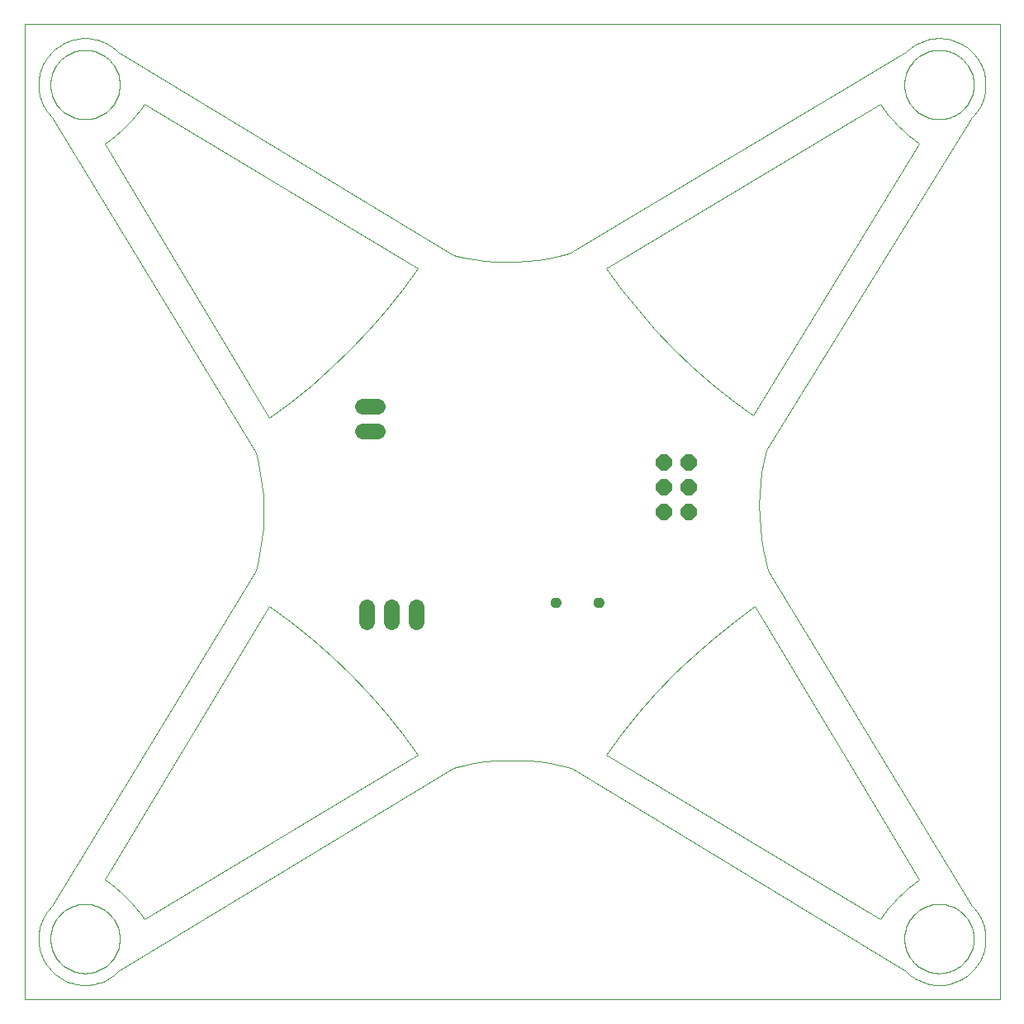
<source format=gbs>
G75*
G70*
%OFA0B0*%
%FSLAX24Y24*%
%IPPOS*%
%LPD*%
%AMOC8*
5,1,8,0,0,1.08239X$1,22.5*
%
%ADD10C,0.0020*%
%ADD11C,0.0000*%
%ADD12C,0.0640*%
%ADD13OC8,0.0640*%
%ADD14C,0.0434*%
D10*
X016086Y010084D02*
X015454Y010945D01*
X014786Y011778D01*
X014082Y012581D01*
X013343Y013352D01*
X012572Y014091D01*
X011769Y014795D01*
X010936Y015463D01*
X010075Y016095D01*
X003446Y005046D01*
X005037Y003455D02*
X016086Y010084D01*
X017500Y009554D02*
X003977Y001334D01*
X001325Y001334D02*
X001262Y001401D01*
X001202Y001471D01*
X001145Y001543D01*
X001092Y001618D01*
X001043Y001696D01*
X000997Y001776D01*
X000956Y001858D01*
X000919Y001942D01*
X000886Y002028D01*
X000857Y002116D01*
X000832Y002204D01*
X000812Y002294D01*
X000796Y002385D01*
X000785Y002476D01*
X000778Y002568D01*
X000776Y002660D01*
X000778Y002752D01*
X000785Y002844D01*
X000796Y002935D01*
X000812Y003026D01*
X000832Y003116D01*
X000857Y003204D01*
X000886Y003292D01*
X000919Y003378D01*
X000956Y003462D01*
X000997Y003544D01*
X001043Y003624D01*
X001092Y003702D01*
X001145Y003777D01*
X001202Y003849D01*
X001262Y003919D01*
X001325Y003986D01*
X009545Y017509D01*
X009545Y022282D02*
X001325Y035805D01*
X001253Y037131D02*
X001255Y037205D01*
X001261Y037280D01*
X001271Y037353D01*
X001285Y037427D01*
X001302Y037499D01*
X001324Y037570D01*
X001349Y037640D01*
X001378Y037709D01*
X001410Y037776D01*
X001447Y037841D01*
X001486Y037904D01*
X001529Y037965D01*
X001575Y038023D01*
X001624Y038079D01*
X001676Y038133D01*
X001730Y038183D01*
X001788Y038231D01*
X001847Y038275D01*
X001909Y038316D01*
X001974Y038354D01*
X002040Y038388D01*
X002107Y038419D01*
X002177Y038446D01*
X002247Y038469D01*
X002319Y038489D01*
X002392Y038505D01*
X002465Y038517D01*
X002539Y038525D01*
X002614Y038529D01*
X002688Y038529D01*
X002763Y038525D01*
X002837Y038517D01*
X002910Y038505D01*
X002983Y038489D01*
X003055Y038469D01*
X003125Y038446D01*
X003195Y038419D01*
X003262Y038388D01*
X003328Y038354D01*
X003393Y038316D01*
X003455Y038275D01*
X003514Y038231D01*
X003572Y038183D01*
X003626Y038133D01*
X003678Y038079D01*
X003727Y038023D01*
X003773Y037965D01*
X003816Y037904D01*
X003855Y037841D01*
X003892Y037776D01*
X003924Y037709D01*
X003953Y037640D01*
X003978Y037570D01*
X004000Y037499D01*
X004017Y037427D01*
X004031Y037353D01*
X004041Y037280D01*
X004047Y037205D01*
X004049Y037131D01*
X004047Y037057D01*
X004041Y036982D01*
X004031Y036909D01*
X004017Y036835D01*
X004000Y036763D01*
X003978Y036692D01*
X003953Y036622D01*
X003924Y036553D01*
X003892Y036486D01*
X003855Y036421D01*
X003816Y036358D01*
X003773Y036297D01*
X003727Y036239D01*
X003678Y036183D01*
X003626Y036129D01*
X003572Y036079D01*
X003514Y036031D01*
X003455Y035987D01*
X003393Y035946D01*
X003328Y035908D01*
X003262Y035874D01*
X003195Y035843D01*
X003125Y035816D01*
X003055Y035793D01*
X002983Y035773D01*
X002910Y035757D01*
X002837Y035745D01*
X002763Y035737D01*
X002688Y035733D01*
X002614Y035733D01*
X002539Y035737D01*
X002465Y035745D01*
X002392Y035757D01*
X002319Y035773D01*
X002247Y035793D01*
X002177Y035816D01*
X002107Y035843D01*
X002040Y035874D01*
X001974Y035908D01*
X001909Y035946D01*
X001847Y035987D01*
X001788Y036031D01*
X001730Y036079D01*
X001676Y036129D01*
X001624Y036183D01*
X001575Y036239D01*
X001529Y036297D01*
X001486Y036358D01*
X001447Y036421D01*
X001410Y036486D01*
X001378Y036553D01*
X001349Y036622D01*
X001324Y036692D01*
X001302Y036763D01*
X001285Y036835D01*
X001271Y036909D01*
X001261Y036982D01*
X001255Y037057D01*
X001253Y037131D01*
X001325Y038457D02*
X001390Y038518D01*
X001457Y038577D01*
X001527Y038632D01*
X001600Y038684D01*
X001675Y038732D01*
X001752Y038777D01*
X001832Y038818D01*
X001913Y038855D01*
X001996Y038888D01*
X002080Y038917D01*
X002166Y038942D01*
X002252Y038963D01*
X002340Y038980D01*
X002428Y038993D01*
X002517Y039001D01*
X002606Y039005D01*
X002696Y039005D01*
X002785Y039001D01*
X002874Y038993D01*
X002962Y038980D01*
X003050Y038963D01*
X003136Y038942D01*
X003222Y038917D01*
X003306Y038888D01*
X003389Y038855D01*
X003470Y038818D01*
X003550Y038777D01*
X003627Y038732D01*
X003702Y038684D01*
X003775Y038632D01*
X003845Y038577D01*
X003912Y038518D01*
X003977Y038457D01*
X017500Y030237D01*
X016086Y029707D02*
X005037Y036336D01*
X003446Y034745D02*
X010075Y023696D01*
X009545Y022281D02*
X009648Y021855D01*
X009731Y021424D01*
X009794Y020990D01*
X009836Y020553D01*
X009856Y020114D01*
X009856Y019676D01*
X009836Y019237D01*
X009794Y018800D01*
X009731Y018366D01*
X009648Y017935D01*
X009545Y017509D01*
X022273Y009554D02*
X035796Y001334D01*
X035861Y001273D01*
X035928Y001214D01*
X035998Y001159D01*
X036071Y001107D01*
X036146Y001059D01*
X036223Y001014D01*
X036303Y000973D01*
X036384Y000936D01*
X036467Y000903D01*
X036551Y000874D01*
X036637Y000849D01*
X036723Y000828D01*
X036811Y000811D01*
X036899Y000798D01*
X036988Y000790D01*
X037077Y000786D01*
X037167Y000786D01*
X037256Y000790D01*
X037345Y000798D01*
X037433Y000811D01*
X037521Y000828D01*
X037607Y000849D01*
X037693Y000874D01*
X037777Y000903D01*
X037860Y000936D01*
X037941Y000973D01*
X038021Y001014D01*
X038098Y001059D01*
X038173Y001107D01*
X038246Y001159D01*
X038316Y001214D01*
X038383Y001273D01*
X038448Y001334D01*
X038509Y001399D01*
X038568Y001466D01*
X038623Y001536D01*
X038675Y001609D01*
X038723Y001684D01*
X038768Y001761D01*
X038809Y001841D01*
X038846Y001922D01*
X038879Y002005D01*
X038908Y002089D01*
X038933Y002175D01*
X038954Y002261D01*
X038971Y002349D01*
X038984Y002437D01*
X038992Y002526D01*
X038996Y002615D01*
X038996Y002705D01*
X038992Y002794D01*
X038984Y002883D01*
X038971Y002971D01*
X038954Y003059D01*
X038933Y003145D01*
X038908Y003231D01*
X038879Y003315D01*
X038846Y003398D01*
X038809Y003479D01*
X038768Y003559D01*
X038723Y003636D01*
X038675Y003711D01*
X038623Y003784D01*
X038568Y003854D01*
X038509Y003921D01*
X038448Y003986D01*
X030228Y017509D01*
X029698Y016095D02*
X036327Y005046D01*
X034736Y003455D02*
X023687Y010084D01*
X022273Y009554D02*
X021846Y009657D01*
X021415Y009740D01*
X020981Y009803D01*
X020544Y009845D01*
X020105Y009865D01*
X019667Y009865D01*
X019228Y009845D01*
X018791Y009803D01*
X018357Y009740D01*
X017926Y009657D01*
X017499Y009554D01*
X029609Y023785D02*
X036327Y034745D01*
X034736Y036336D02*
X023687Y029707D01*
X022185Y030325D02*
X035796Y038457D01*
X035724Y037131D02*
X035726Y037205D01*
X035732Y037280D01*
X035742Y037353D01*
X035756Y037427D01*
X035773Y037499D01*
X035795Y037570D01*
X035820Y037640D01*
X035849Y037709D01*
X035881Y037776D01*
X035918Y037841D01*
X035957Y037904D01*
X036000Y037965D01*
X036046Y038023D01*
X036095Y038079D01*
X036147Y038133D01*
X036201Y038183D01*
X036259Y038231D01*
X036318Y038275D01*
X036380Y038316D01*
X036445Y038354D01*
X036511Y038388D01*
X036578Y038419D01*
X036648Y038446D01*
X036718Y038469D01*
X036790Y038489D01*
X036863Y038505D01*
X036936Y038517D01*
X037010Y038525D01*
X037085Y038529D01*
X037159Y038529D01*
X037234Y038525D01*
X037308Y038517D01*
X037381Y038505D01*
X037454Y038489D01*
X037526Y038469D01*
X037596Y038446D01*
X037666Y038419D01*
X037733Y038388D01*
X037799Y038354D01*
X037864Y038316D01*
X037926Y038275D01*
X037985Y038231D01*
X038043Y038183D01*
X038097Y038133D01*
X038149Y038079D01*
X038198Y038023D01*
X038244Y037965D01*
X038287Y037904D01*
X038326Y037841D01*
X038363Y037776D01*
X038395Y037709D01*
X038424Y037640D01*
X038449Y037570D01*
X038471Y037499D01*
X038488Y037427D01*
X038502Y037353D01*
X038512Y037280D01*
X038518Y037205D01*
X038520Y037131D01*
X038518Y037057D01*
X038512Y036982D01*
X038502Y036909D01*
X038488Y036835D01*
X038471Y036763D01*
X038449Y036692D01*
X038424Y036622D01*
X038395Y036553D01*
X038363Y036486D01*
X038326Y036421D01*
X038287Y036358D01*
X038244Y036297D01*
X038198Y036239D01*
X038149Y036183D01*
X038097Y036129D01*
X038043Y036079D01*
X037985Y036031D01*
X037926Y035987D01*
X037864Y035946D01*
X037799Y035908D01*
X037733Y035874D01*
X037666Y035843D01*
X037596Y035816D01*
X037526Y035793D01*
X037454Y035773D01*
X037381Y035757D01*
X037308Y035745D01*
X037234Y035737D01*
X037159Y035733D01*
X037085Y035733D01*
X037010Y035737D01*
X036936Y035745D01*
X036863Y035757D01*
X036790Y035773D01*
X036718Y035793D01*
X036648Y035816D01*
X036578Y035843D01*
X036511Y035874D01*
X036445Y035908D01*
X036380Y035946D01*
X036318Y035987D01*
X036259Y036031D01*
X036201Y036079D01*
X036147Y036129D01*
X036095Y036183D01*
X036046Y036239D01*
X036000Y036297D01*
X035957Y036358D01*
X035918Y036421D01*
X035881Y036486D01*
X035849Y036553D01*
X035820Y036622D01*
X035795Y036692D01*
X035773Y036763D01*
X035756Y036835D01*
X035742Y036909D01*
X035732Y036982D01*
X035726Y037057D01*
X035724Y037131D01*
X035796Y038457D02*
X035863Y038520D01*
X035933Y038580D01*
X036005Y038637D01*
X036080Y038690D01*
X036158Y038739D01*
X036238Y038785D01*
X036320Y038826D01*
X036404Y038863D01*
X036490Y038896D01*
X036578Y038925D01*
X036666Y038950D01*
X036756Y038970D01*
X036847Y038986D01*
X036938Y038997D01*
X037030Y039004D01*
X037122Y039006D01*
X037214Y039004D01*
X037306Y038997D01*
X037397Y038986D01*
X037488Y038970D01*
X037578Y038950D01*
X037666Y038925D01*
X037754Y038896D01*
X037840Y038863D01*
X037924Y038826D01*
X038006Y038785D01*
X038086Y038739D01*
X038164Y038690D01*
X038239Y038637D01*
X038311Y038580D01*
X038381Y038520D01*
X038448Y038457D01*
X038509Y038392D01*
X038568Y038325D01*
X038623Y038255D01*
X038675Y038182D01*
X038723Y038107D01*
X038768Y038030D01*
X038809Y037950D01*
X038846Y037869D01*
X038879Y037786D01*
X038908Y037702D01*
X038933Y037616D01*
X038954Y037530D01*
X038971Y037442D01*
X038984Y037354D01*
X038992Y037265D01*
X038996Y037176D01*
X038996Y037086D01*
X038992Y036997D01*
X038984Y036908D01*
X038971Y036820D01*
X038954Y036732D01*
X038933Y036646D01*
X038908Y036560D01*
X038879Y036476D01*
X038846Y036393D01*
X038809Y036312D01*
X038768Y036232D01*
X038723Y036155D01*
X038675Y036080D01*
X038623Y036007D01*
X038568Y035937D01*
X038509Y035870D01*
X038448Y035805D01*
X036327Y034745D02*
X036099Y034912D01*
X035878Y035089D01*
X035666Y035275D01*
X035462Y035471D01*
X035266Y035675D01*
X035080Y035887D01*
X034903Y036108D01*
X034736Y036336D01*
X023687Y029706D02*
X024309Y028858D01*
X024968Y028037D01*
X025662Y027246D01*
X026389Y026486D01*
X027149Y025759D01*
X027940Y025065D01*
X028761Y024406D01*
X029609Y023784D01*
X030139Y022371D02*
X030042Y021934D01*
X029965Y021494D01*
X029910Y021050D01*
X029875Y020605D01*
X029862Y020158D01*
X029870Y019711D01*
X029900Y019265D01*
X029950Y018821D01*
X030022Y018379D01*
X030114Y017942D01*
X030228Y017509D01*
X035724Y002660D02*
X035726Y002734D01*
X035732Y002809D01*
X035742Y002882D01*
X035756Y002956D01*
X035773Y003028D01*
X035795Y003099D01*
X035820Y003169D01*
X035849Y003238D01*
X035881Y003305D01*
X035918Y003370D01*
X035957Y003433D01*
X036000Y003494D01*
X036046Y003552D01*
X036095Y003608D01*
X036147Y003662D01*
X036201Y003712D01*
X036259Y003760D01*
X036318Y003804D01*
X036380Y003845D01*
X036445Y003883D01*
X036511Y003917D01*
X036578Y003948D01*
X036648Y003975D01*
X036718Y003998D01*
X036790Y004018D01*
X036863Y004034D01*
X036936Y004046D01*
X037010Y004054D01*
X037085Y004058D01*
X037159Y004058D01*
X037234Y004054D01*
X037308Y004046D01*
X037381Y004034D01*
X037454Y004018D01*
X037526Y003998D01*
X037596Y003975D01*
X037666Y003948D01*
X037733Y003917D01*
X037799Y003883D01*
X037864Y003845D01*
X037926Y003804D01*
X037985Y003760D01*
X038043Y003712D01*
X038097Y003662D01*
X038149Y003608D01*
X038198Y003552D01*
X038244Y003494D01*
X038287Y003433D01*
X038326Y003370D01*
X038363Y003305D01*
X038395Y003238D01*
X038424Y003169D01*
X038449Y003099D01*
X038471Y003028D01*
X038488Y002956D01*
X038502Y002882D01*
X038512Y002809D01*
X038518Y002734D01*
X038520Y002660D01*
X038518Y002586D01*
X038512Y002511D01*
X038502Y002438D01*
X038488Y002364D01*
X038471Y002292D01*
X038449Y002221D01*
X038424Y002151D01*
X038395Y002082D01*
X038363Y002015D01*
X038326Y001950D01*
X038287Y001887D01*
X038244Y001826D01*
X038198Y001768D01*
X038149Y001712D01*
X038097Y001658D01*
X038043Y001608D01*
X037985Y001560D01*
X037926Y001516D01*
X037864Y001475D01*
X037799Y001437D01*
X037733Y001403D01*
X037666Y001372D01*
X037596Y001345D01*
X037526Y001322D01*
X037454Y001302D01*
X037381Y001286D01*
X037308Y001274D01*
X037234Y001266D01*
X037159Y001262D01*
X037085Y001262D01*
X037010Y001266D01*
X036936Y001274D01*
X036863Y001286D01*
X036790Y001302D01*
X036718Y001322D01*
X036648Y001345D01*
X036578Y001372D01*
X036511Y001403D01*
X036445Y001437D01*
X036380Y001475D01*
X036318Y001516D01*
X036259Y001560D01*
X036201Y001608D01*
X036147Y001658D01*
X036095Y001712D01*
X036046Y001768D01*
X036000Y001826D01*
X035957Y001887D01*
X035918Y001950D01*
X035881Y002015D01*
X035849Y002082D01*
X035820Y002151D01*
X035795Y002221D01*
X035773Y002292D01*
X035756Y002364D01*
X035742Y002438D01*
X035732Y002511D01*
X035726Y002586D01*
X035724Y002660D01*
X034737Y003455D02*
X034904Y003683D01*
X035081Y003903D01*
X035267Y004115D01*
X035462Y004320D01*
X035667Y004515D01*
X035879Y004701D01*
X036099Y004878D01*
X036327Y005045D01*
X029698Y016095D02*
X028837Y015463D01*
X028004Y014795D01*
X027201Y014091D01*
X026430Y013352D01*
X025691Y012581D01*
X024987Y011778D01*
X024319Y010945D01*
X023687Y010084D01*
X003977Y001334D02*
X003910Y001271D01*
X003840Y001211D01*
X003768Y001154D01*
X003693Y001101D01*
X003615Y001052D01*
X003535Y001006D01*
X003453Y000965D01*
X003369Y000928D01*
X003283Y000895D01*
X003195Y000866D01*
X003107Y000841D01*
X003017Y000821D01*
X002926Y000805D01*
X002835Y000794D01*
X002743Y000787D01*
X002651Y000785D01*
X002559Y000787D01*
X002467Y000794D01*
X002376Y000805D01*
X002285Y000821D01*
X002195Y000841D01*
X002107Y000866D01*
X002019Y000895D01*
X001933Y000928D01*
X001849Y000965D01*
X001767Y001006D01*
X001687Y001052D01*
X001609Y001101D01*
X001534Y001154D01*
X001462Y001211D01*
X001392Y001271D01*
X001325Y001334D01*
X001253Y002660D02*
X001255Y002734D01*
X001261Y002809D01*
X001271Y002882D01*
X001285Y002956D01*
X001302Y003028D01*
X001324Y003099D01*
X001349Y003169D01*
X001378Y003238D01*
X001410Y003305D01*
X001447Y003370D01*
X001486Y003433D01*
X001529Y003494D01*
X001575Y003552D01*
X001624Y003608D01*
X001676Y003662D01*
X001730Y003712D01*
X001788Y003760D01*
X001847Y003804D01*
X001909Y003845D01*
X001974Y003883D01*
X002040Y003917D01*
X002107Y003948D01*
X002177Y003975D01*
X002247Y003998D01*
X002319Y004018D01*
X002392Y004034D01*
X002465Y004046D01*
X002539Y004054D01*
X002614Y004058D01*
X002688Y004058D01*
X002763Y004054D01*
X002837Y004046D01*
X002910Y004034D01*
X002983Y004018D01*
X003055Y003998D01*
X003125Y003975D01*
X003195Y003948D01*
X003262Y003917D01*
X003328Y003883D01*
X003393Y003845D01*
X003455Y003804D01*
X003514Y003760D01*
X003572Y003712D01*
X003626Y003662D01*
X003678Y003608D01*
X003727Y003552D01*
X003773Y003494D01*
X003816Y003433D01*
X003855Y003370D01*
X003892Y003305D01*
X003924Y003238D01*
X003953Y003169D01*
X003978Y003099D01*
X004000Y003028D01*
X004017Y002956D01*
X004031Y002882D01*
X004041Y002809D01*
X004047Y002734D01*
X004049Y002660D01*
X004047Y002586D01*
X004041Y002511D01*
X004031Y002438D01*
X004017Y002364D01*
X004000Y002292D01*
X003978Y002221D01*
X003953Y002151D01*
X003924Y002082D01*
X003892Y002015D01*
X003855Y001950D01*
X003816Y001887D01*
X003773Y001826D01*
X003727Y001768D01*
X003678Y001712D01*
X003626Y001658D01*
X003572Y001608D01*
X003514Y001560D01*
X003455Y001516D01*
X003393Y001475D01*
X003328Y001437D01*
X003262Y001403D01*
X003195Y001372D01*
X003125Y001345D01*
X003055Y001322D01*
X002983Y001302D01*
X002910Y001286D01*
X002837Y001274D01*
X002763Y001266D01*
X002688Y001262D01*
X002614Y001262D01*
X002539Y001266D01*
X002465Y001274D01*
X002392Y001286D01*
X002319Y001302D01*
X002247Y001322D01*
X002177Y001345D01*
X002107Y001372D01*
X002040Y001403D01*
X001974Y001437D01*
X001909Y001475D01*
X001847Y001516D01*
X001788Y001560D01*
X001730Y001608D01*
X001676Y001658D01*
X001624Y001712D01*
X001575Y001768D01*
X001529Y001826D01*
X001486Y001887D01*
X001447Y001950D01*
X001410Y002015D01*
X001378Y002082D01*
X001349Y002151D01*
X001324Y002221D01*
X001302Y002292D01*
X001285Y002364D01*
X001271Y002438D01*
X001261Y002511D01*
X001255Y002586D01*
X001253Y002660D01*
X003446Y005045D02*
X003674Y004878D01*
X003894Y004701D01*
X004106Y004515D01*
X004311Y004320D01*
X004506Y004115D01*
X004692Y003903D01*
X004869Y003683D01*
X005036Y003455D01*
X001325Y035805D02*
X001262Y035872D01*
X001202Y035942D01*
X001145Y036014D01*
X001092Y036089D01*
X001043Y036167D01*
X000997Y036247D01*
X000956Y036329D01*
X000919Y036413D01*
X000886Y036499D01*
X000857Y036587D01*
X000832Y036675D01*
X000812Y036765D01*
X000796Y036856D01*
X000785Y036947D01*
X000778Y037039D01*
X000776Y037131D01*
X000778Y037223D01*
X000785Y037315D01*
X000796Y037406D01*
X000812Y037497D01*
X000832Y037587D01*
X000857Y037675D01*
X000886Y037763D01*
X000919Y037849D01*
X000956Y037933D01*
X000997Y038015D01*
X001043Y038095D01*
X001092Y038173D01*
X001145Y038248D01*
X001202Y038320D01*
X001262Y038390D01*
X001325Y038457D01*
X003446Y034745D02*
X003674Y034912D01*
X003895Y035089D01*
X004107Y035275D01*
X004311Y035471D01*
X004507Y035675D01*
X004693Y035887D01*
X004870Y036108D01*
X005037Y036336D01*
X016086Y029707D02*
X015454Y028846D01*
X014786Y028013D01*
X014082Y027210D01*
X013343Y026439D01*
X012572Y025700D01*
X011769Y024996D01*
X010936Y024328D01*
X010075Y023696D01*
X017500Y030237D02*
X017920Y030143D01*
X018345Y030070D01*
X018772Y030016D01*
X019202Y029983D01*
X019632Y029971D01*
X020063Y029979D01*
X020493Y030008D01*
X020921Y030057D01*
X021346Y030126D01*
X021768Y030216D01*
X022184Y030325D01*
D11*
X039570Y000200D02*
X000200Y000200D01*
X000200Y039570D01*
X039570Y039570D01*
X039570Y000200D01*
X023179Y016232D02*
X023181Y016259D01*
X023187Y016286D01*
X023196Y016312D01*
X023209Y016336D01*
X023225Y016359D01*
X023244Y016378D01*
X023266Y016395D01*
X023290Y016409D01*
X023315Y016419D01*
X023342Y016426D01*
X023369Y016429D01*
X023397Y016428D01*
X023424Y016423D01*
X023450Y016415D01*
X023474Y016403D01*
X023497Y016387D01*
X023518Y016369D01*
X023535Y016348D01*
X023550Y016324D01*
X023561Y016299D01*
X023569Y016273D01*
X023573Y016246D01*
X023573Y016218D01*
X023569Y016191D01*
X023561Y016165D01*
X023550Y016140D01*
X023535Y016116D01*
X023518Y016095D01*
X023497Y016077D01*
X023475Y016061D01*
X023450Y016049D01*
X023424Y016041D01*
X023397Y016036D01*
X023369Y016035D01*
X023342Y016038D01*
X023315Y016045D01*
X023290Y016055D01*
X023266Y016069D01*
X023244Y016086D01*
X023225Y016105D01*
X023209Y016128D01*
X023196Y016152D01*
X023187Y016178D01*
X023181Y016205D01*
X023179Y016232D01*
X021447Y016232D02*
X021449Y016259D01*
X021455Y016286D01*
X021464Y016312D01*
X021477Y016336D01*
X021493Y016359D01*
X021512Y016378D01*
X021534Y016395D01*
X021558Y016409D01*
X021583Y016419D01*
X021610Y016426D01*
X021637Y016429D01*
X021665Y016428D01*
X021692Y016423D01*
X021718Y016415D01*
X021742Y016403D01*
X021765Y016387D01*
X021786Y016369D01*
X021803Y016348D01*
X021818Y016324D01*
X021829Y016299D01*
X021837Y016273D01*
X021841Y016246D01*
X021841Y016218D01*
X021837Y016191D01*
X021829Y016165D01*
X021818Y016140D01*
X021803Y016116D01*
X021786Y016095D01*
X021765Y016077D01*
X021743Y016061D01*
X021718Y016049D01*
X021692Y016041D01*
X021665Y016036D01*
X021637Y016035D01*
X021610Y016038D01*
X021583Y016045D01*
X021558Y016055D01*
X021534Y016069D01*
X021512Y016086D01*
X021493Y016105D01*
X021477Y016128D01*
X021464Y016152D01*
X021455Y016178D01*
X021449Y016205D01*
X021447Y016232D01*
X030140Y022370D02*
X038448Y035805D01*
D12*
X016010Y016060D02*
X016010Y015460D01*
X015010Y015460D02*
X015010Y016060D01*
X014010Y016060D02*
X014010Y015460D01*
X013835Y023135D02*
X014435Y023135D01*
X014435Y024135D02*
X013835Y024135D01*
D13*
X026010Y021885D03*
X027010Y021885D03*
X027010Y020885D03*
X027010Y019885D03*
X026010Y019885D03*
X026010Y020885D03*
D14*
X023376Y016232D03*
X021644Y016232D03*
M02*

</source>
